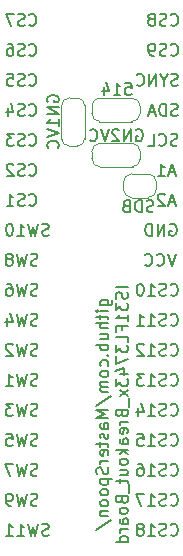
<source format=gbo>
G04 #@! TF.GenerationSoftware,KiCad,Pcbnew,(5.1.10)-1*
G04 #@! TF.CreationDate,2021-11-30T10:17:24+10:00*
G04 #@! TF.ProjectId,IS31FL3743x_Breakout,49533331-464c-4333-9734-33785f427265,rev?*
G04 #@! TF.SameCoordinates,Original*
G04 #@! TF.FileFunction,Legend,Bot*
G04 #@! TF.FilePolarity,Positive*
%FSLAX46Y46*%
G04 Gerber Fmt 4.6, Leading zero omitted, Abs format (unit mm)*
G04 Created by KiCad (PCBNEW (5.1.10)-1) date 2021-11-30 10:17:24*
%MOMM*%
%LPD*%
G01*
G04 APERTURE LIST*
%ADD10C,0.150000*%
%ADD11C,0.120000*%
%ADD12R,1.000000X1.500000*%
%ADD13C,0.100000*%
%ADD14C,3.400000*%
%ADD15O,1.700000X1.700000*%
%ADD16R,1.500000X1.000000*%
G04 APERTURE END LIST*
D10*
X100670714Y-102541904D02*
X101480238Y-102541904D01*
X101575476Y-102494285D01*
X101623095Y-102446666D01*
X101670714Y-102351428D01*
X101670714Y-102208571D01*
X101623095Y-102113333D01*
X101289761Y-102541904D02*
X101337380Y-102446666D01*
X101337380Y-102256190D01*
X101289761Y-102160952D01*
X101242142Y-102113333D01*
X101146904Y-102065714D01*
X100861190Y-102065714D01*
X100765952Y-102113333D01*
X100718333Y-102160952D01*
X100670714Y-102256190D01*
X100670714Y-102446666D01*
X100718333Y-102541904D01*
X101337380Y-103018095D02*
X100670714Y-103018095D01*
X100337380Y-103018095D02*
X100385000Y-102970476D01*
X100432619Y-103018095D01*
X100385000Y-103065714D01*
X100337380Y-103018095D01*
X100432619Y-103018095D01*
X100670714Y-103351428D02*
X100670714Y-103732380D01*
X100337380Y-103494285D02*
X101194523Y-103494285D01*
X101289761Y-103541904D01*
X101337380Y-103637142D01*
X101337380Y-103732380D01*
X101337380Y-104065714D02*
X100337380Y-104065714D01*
X101337380Y-104494285D02*
X100813571Y-104494285D01*
X100718333Y-104446666D01*
X100670714Y-104351428D01*
X100670714Y-104208571D01*
X100718333Y-104113333D01*
X100765952Y-104065714D01*
X100670714Y-105399047D02*
X101337380Y-105399047D01*
X100670714Y-104970476D02*
X101194523Y-104970476D01*
X101289761Y-105018095D01*
X101337380Y-105113333D01*
X101337380Y-105256190D01*
X101289761Y-105351428D01*
X101242142Y-105399047D01*
X101337380Y-105875238D02*
X100337380Y-105875238D01*
X100718333Y-105875238D02*
X100670714Y-105970476D01*
X100670714Y-106160952D01*
X100718333Y-106256190D01*
X100765952Y-106303809D01*
X100861190Y-106351428D01*
X101146904Y-106351428D01*
X101242142Y-106303809D01*
X101289761Y-106256190D01*
X101337380Y-106160952D01*
X101337380Y-105970476D01*
X101289761Y-105875238D01*
X101242142Y-106780000D02*
X101289761Y-106827619D01*
X101337380Y-106780000D01*
X101289761Y-106732380D01*
X101242142Y-106780000D01*
X101337380Y-106780000D01*
X101289761Y-107684761D02*
X101337380Y-107589523D01*
X101337380Y-107399047D01*
X101289761Y-107303809D01*
X101242142Y-107256190D01*
X101146904Y-107208571D01*
X100861190Y-107208571D01*
X100765952Y-107256190D01*
X100718333Y-107303809D01*
X100670714Y-107399047D01*
X100670714Y-107589523D01*
X100718333Y-107684761D01*
X101337380Y-108256190D02*
X101289761Y-108160952D01*
X101242142Y-108113333D01*
X101146904Y-108065714D01*
X100861190Y-108065714D01*
X100765952Y-108113333D01*
X100718333Y-108160952D01*
X100670714Y-108256190D01*
X100670714Y-108399047D01*
X100718333Y-108494285D01*
X100765952Y-108541904D01*
X100861190Y-108589523D01*
X101146904Y-108589523D01*
X101242142Y-108541904D01*
X101289761Y-108494285D01*
X101337380Y-108399047D01*
X101337380Y-108256190D01*
X101337380Y-109018095D02*
X100670714Y-109018095D01*
X100765952Y-109018095D02*
X100718333Y-109065714D01*
X100670714Y-109160952D01*
X100670714Y-109303809D01*
X100718333Y-109399047D01*
X100813571Y-109446666D01*
X101337380Y-109446666D01*
X100813571Y-109446666D02*
X100718333Y-109494285D01*
X100670714Y-109589523D01*
X100670714Y-109732380D01*
X100718333Y-109827619D01*
X100813571Y-109875238D01*
X101337380Y-109875238D01*
X100289761Y-111065714D02*
X101575476Y-110208571D01*
X101337380Y-111399047D02*
X100337380Y-111399047D01*
X101051666Y-111732380D01*
X100337380Y-112065714D01*
X101337380Y-112065714D01*
X101337380Y-112970476D02*
X100813571Y-112970476D01*
X100718333Y-112922857D01*
X100670714Y-112827619D01*
X100670714Y-112637142D01*
X100718333Y-112541904D01*
X101289761Y-112970476D02*
X101337380Y-112875238D01*
X101337380Y-112637142D01*
X101289761Y-112541904D01*
X101194523Y-112494285D01*
X101099285Y-112494285D01*
X101004047Y-112541904D01*
X100956428Y-112637142D01*
X100956428Y-112875238D01*
X100908809Y-112970476D01*
X101289761Y-113399047D02*
X101337380Y-113494285D01*
X101337380Y-113684761D01*
X101289761Y-113780000D01*
X101194523Y-113827619D01*
X101146904Y-113827619D01*
X101051666Y-113780000D01*
X101004047Y-113684761D01*
X101004047Y-113541904D01*
X100956428Y-113446666D01*
X100861190Y-113399047D01*
X100813571Y-113399047D01*
X100718333Y-113446666D01*
X100670714Y-113541904D01*
X100670714Y-113684761D01*
X100718333Y-113780000D01*
X100670714Y-114113333D02*
X100670714Y-114494285D01*
X100337380Y-114256190D02*
X101194523Y-114256190D01*
X101289761Y-114303809D01*
X101337380Y-114399047D01*
X101337380Y-114494285D01*
X101289761Y-115208571D02*
X101337380Y-115113333D01*
X101337380Y-114922857D01*
X101289761Y-114827619D01*
X101194523Y-114780000D01*
X100813571Y-114780000D01*
X100718333Y-114827619D01*
X100670714Y-114922857D01*
X100670714Y-115113333D01*
X100718333Y-115208571D01*
X100813571Y-115256190D01*
X100908809Y-115256190D01*
X101004047Y-114780000D01*
X101337380Y-115684761D02*
X100670714Y-115684761D01*
X100861190Y-115684761D02*
X100765952Y-115732380D01*
X100718333Y-115780000D01*
X100670714Y-115875238D01*
X100670714Y-115970476D01*
X101289761Y-116256190D02*
X101337380Y-116399047D01*
X101337380Y-116637142D01*
X101289761Y-116732380D01*
X101242142Y-116780000D01*
X101146904Y-116827619D01*
X101051666Y-116827619D01*
X100956428Y-116780000D01*
X100908809Y-116732380D01*
X100861190Y-116637142D01*
X100813571Y-116446666D01*
X100765952Y-116351428D01*
X100718333Y-116303809D01*
X100623095Y-116256190D01*
X100527857Y-116256190D01*
X100432619Y-116303809D01*
X100385000Y-116351428D01*
X100337380Y-116446666D01*
X100337380Y-116684761D01*
X100385000Y-116827619D01*
X100670714Y-117256190D02*
X101670714Y-117256190D01*
X100718333Y-117256190D02*
X100670714Y-117351428D01*
X100670714Y-117541904D01*
X100718333Y-117637142D01*
X100765952Y-117684761D01*
X100861190Y-117732380D01*
X101146904Y-117732380D01*
X101242142Y-117684761D01*
X101289761Y-117637142D01*
X101337380Y-117541904D01*
X101337380Y-117351428D01*
X101289761Y-117256190D01*
X101337380Y-118303809D02*
X101289761Y-118208571D01*
X101242142Y-118160952D01*
X101146904Y-118113333D01*
X100861190Y-118113333D01*
X100765952Y-118160952D01*
X100718333Y-118208571D01*
X100670714Y-118303809D01*
X100670714Y-118446666D01*
X100718333Y-118541904D01*
X100765952Y-118589523D01*
X100861190Y-118637142D01*
X101146904Y-118637142D01*
X101242142Y-118589523D01*
X101289761Y-118541904D01*
X101337380Y-118446666D01*
X101337380Y-118303809D01*
X101337380Y-119208571D02*
X101289761Y-119113333D01*
X101242142Y-119065714D01*
X101146904Y-119018095D01*
X100861190Y-119018095D01*
X100765952Y-119065714D01*
X100718333Y-119113333D01*
X100670714Y-119208571D01*
X100670714Y-119351428D01*
X100718333Y-119446666D01*
X100765952Y-119494285D01*
X100861190Y-119541904D01*
X101146904Y-119541904D01*
X101242142Y-119494285D01*
X101289761Y-119446666D01*
X101337380Y-119351428D01*
X101337380Y-119208571D01*
X100670714Y-119970476D02*
X101337380Y-119970476D01*
X100765952Y-119970476D02*
X100718333Y-120018095D01*
X100670714Y-120113333D01*
X100670714Y-120256190D01*
X100718333Y-120351428D01*
X100813571Y-120399047D01*
X101337380Y-120399047D01*
X100289761Y-121589523D02*
X101575476Y-120732380D01*
X102987380Y-100994285D02*
X101987380Y-100994285D01*
X102939761Y-101422857D02*
X102987380Y-101565714D01*
X102987380Y-101803809D01*
X102939761Y-101899047D01*
X102892142Y-101946666D01*
X102796904Y-101994285D01*
X102701666Y-101994285D01*
X102606428Y-101946666D01*
X102558809Y-101899047D01*
X102511190Y-101803809D01*
X102463571Y-101613333D01*
X102415952Y-101518095D01*
X102368333Y-101470476D01*
X102273095Y-101422857D01*
X102177857Y-101422857D01*
X102082619Y-101470476D01*
X102035000Y-101518095D01*
X101987380Y-101613333D01*
X101987380Y-101851428D01*
X102035000Y-101994285D01*
X101987380Y-102327619D02*
X101987380Y-102946666D01*
X102368333Y-102613333D01*
X102368333Y-102756190D01*
X102415952Y-102851428D01*
X102463571Y-102899047D01*
X102558809Y-102946666D01*
X102796904Y-102946666D01*
X102892142Y-102899047D01*
X102939761Y-102851428D01*
X102987380Y-102756190D01*
X102987380Y-102470476D01*
X102939761Y-102375238D01*
X102892142Y-102327619D01*
X102987380Y-103899047D02*
X102987380Y-103327619D01*
X102987380Y-103613333D02*
X101987380Y-103613333D01*
X102130238Y-103518095D01*
X102225476Y-103422857D01*
X102273095Y-103327619D01*
X102463571Y-104660952D02*
X102463571Y-104327619D01*
X102987380Y-104327619D02*
X101987380Y-104327619D01*
X101987380Y-104803809D01*
X102987380Y-105660952D02*
X102987380Y-105184761D01*
X101987380Y-105184761D01*
X101987380Y-105899047D02*
X101987380Y-106518095D01*
X102368333Y-106184761D01*
X102368333Y-106327619D01*
X102415952Y-106422857D01*
X102463571Y-106470476D01*
X102558809Y-106518095D01*
X102796904Y-106518095D01*
X102892142Y-106470476D01*
X102939761Y-106422857D01*
X102987380Y-106327619D01*
X102987380Y-106041904D01*
X102939761Y-105946666D01*
X102892142Y-105899047D01*
X101987380Y-106851428D02*
X101987380Y-107518095D01*
X102987380Y-107089523D01*
X102320714Y-108327619D02*
X102987380Y-108327619D01*
X101939761Y-108089523D02*
X102654047Y-107851428D01*
X102654047Y-108470476D01*
X101987380Y-108756190D02*
X101987380Y-109375238D01*
X102368333Y-109041904D01*
X102368333Y-109184761D01*
X102415952Y-109279999D01*
X102463571Y-109327619D01*
X102558809Y-109375238D01*
X102796904Y-109375238D01*
X102892142Y-109327619D01*
X102939761Y-109279999D01*
X102987380Y-109184761D01*
X102987380Y-108899047D01*
X102939761Y-108803809D01*
X102892142Y-108756190D01*
X102987380Y-109708571D02*
X102320714Y-110232380D01*
X102320714Y-109708571D02*
X102987380Y-110232380D01*
X103082619Y-110375238D02*
X103082619Y-111137142D01*
X102463571Y-111708571D02*
X102511190Y-111851428D01*
X102558809Y-111899047D01*
X102654047Y-111946666D01*
X102796904Y-111946666D01*
X102892142Y-111899047D01*
X102939761Y-111851428D01*
X102987380Y-111756190D01*
X102987380Y-111375238D01*
X101987380Y-111375238D01*
X101987380Y-111708571D01*
X102035000Y-111803809D01*
X102082619Y-111851428D01*
X102177857Y-111899047D01*
X102273095Y-111899047D01*
X102368333Y-111851428D01*
X102415952Y-111803809D01*
X102463571Y-111708571D01*
X102463571Y-111375238D01*
X102987380Y-112375238D02*
X102320714Y-112375238D01*
X102511190Y-112375238D02*
X102415952Y-112422857D01*
X102368333Y-112470476D01*
X102320714Y-112565714D01*
X102320714Y-112660952D01*
X102939761Y-113375238D02*
X102987380Y-113279999D01*
X102987380Y-113089523D01*
X102939761Y-112994285D01*
X102844523Y-112946666D01*
X102463571Y-112946666D01*
X102368333Y-112994285D01*
X102320714Y-113089523D01*
X102320714Y-113279999D01*
X102368333Y-113375238D01*
X102463571Y-113422857D01*
X102558809Y-113422857D01*
X102654047Y-112946666D01*
X102987380Y-114279999D02*
X102463571Y-114279999D01*
X102368333Y-114232380D01*
X102320714Y-114137142D01*
X102320714Y-113946666D01*
X102368333Y-113851428D01*
X102939761Y-114279999D02*
X102987380Y-114184761D01*
X102987380Y-113946666D01*
X102939761Y-113851428D01*
X102844523Y-113803809D01*
X102749285Y-113803809D01*
X102654047Y-113851428D01*
X102606428Y-113946666D01*
X102606428Y-114184761D01*
X102558809Y-114279999D01*
X102987380Y-114756190D02*
X101987380Y-114756190D01*
X102606428Y-114851428D02*
X102987380Y-115137142D01*
X102320714Y-115137142D02*
X102701666Y-114756190D01*
X102987380Y-115708571D02*
X102939761Y-115613333D01*
X102892142Y-115565714D01*
X102796904Y-115518095D01*
X102511190Y-115518095D01*
X102415952Y-115565714D01*
X102368333Y-115613333D01*
X102320714Y-115708571D01*
X102320714Y-115851428D01*
X102368333Y-115946666D01*
X102415952Y-115994285D01*
X102511190Y-116041904D01*
X102796904Y-116041904D01*
X102892142Y-115994285D01*
X102939761Y-115946666D01*
X102987380Y-115851428D01*
X102987380Y-115708571D01*
X102320714Y-116899047D02*
X102987380Y-116899047D01*
X102320714Y-116470476D02*
X102844523Y-116470476D01*
X102939761Y-116518095D01*
X102987380Y-116613333D01*
X102987380Y-116756190D01*
X102939761Y-116851428D01*
X102892142Y-116899047D01*
X102320714Y-117232380D02*
X102320714Y-117613333D01*
X101987380Y-117375238D02*
X102844523Y-117375238D01*
X102939761Y-117422857D01*
X102987380Y-117518095D01*
X102987380Y-117613333D01*
X103082619Y-117708571D02*
X103082619Y-118470476D01*
X102463571Y-119041904D02*
X102511190Y-119184761D01*
X102558809Y-119232380D01*
X102654047Y-119279999D01*
X102796904Y-119279999D01*
X102892142Y-119232380D01*
X102939761Y-119184761D01*
X102987380Y-119089523D01*
X102987380Y-118708571D01*
X101987380Y-118708571D01*
X101987380Y-119041904D01*
X102035000Y-119137142D01*
X102082619Y-119184761D01*
X102177857Y-119232380D01*
X102273095Y-119232380D01*
X102368333Y-119184761D01*
X102415952Y-119137142D01*
X102463571Y-119041904D01*
X102463571Y-118708571D01*
X102987380Y-119851428D02*
X102939761Y-119756190D01*
X102892142Y-119708571D01*
X102796904Y-119660952D01*
X102511190Y-119660952D01*
X102415952Y-119708571D01*
X102368333Y-119756190D01*
X102320714Y-119851428D01*
X102320714Y-119994285D01*
X102368333Y-120089523D01*
X102415952Y-120137142D01*
X102511190Y-120184761D01*
X102796904Y-120184761D01*
X102892142Y-120137142D01*
X102939761Y-120089523D01*
X102987380Y-119994285D01*
X102987380Y-119851428D01*
X102987380Y-121041904D02*
X102463571Y-121041904D01*
X102368333Y-120994285D01*
X102320714Y-120899047D01*
X102320714Y-120708571D01*
X102368333Y-120613333D01*
X102939761Y-121041904D02*
X102987380Y-120946666D01*
X102987380Y-120708571D01*
X102939761Y-120613333D01*
X102844523Y-120565714D01*
X102749285Y-120565714D01*
X102654047Y-120613333D01*
X102606428Y-120708571D01*
X102606428Y-120946666D01*
X102558809Y-121041904D01*
X102987380Y-121518095D02*
X102320714Y-121518095D01*
X102511190Y-121518095D02*
X102415952Y-121565714D01*
X102368333Y-121613333D01*
X102320714Y-121708571D01*
X102320714Y-121803809D01*
X102987380Y-122565714D02*
X101987380Y-122565714D01*
X102939761Y-122565714D02*
X102987380Y-122470476D01*
X102987380Y-122279999D01*
X102939761Y-122184761D01*
X102892142Y-122137142D01*
X102796904Y-122089523D01*
X102511190Y-122089523D01*
X102415952Y-122137142D01*
X102368333Y-122184761D01*
X102320714Y-122279999D01*
X102320714Y-122470476D01*
X102368333Y-122565714D01*
X102794285Y-83702380D02*
X103270476Y-83702380D01*
X103318095Y-84178571D01*
X103270476Y-84130952D01*
X103175238Y-84083333D01*
X102937142Y-84083333D01*
X102841904Y-84130952D01*
X102794285Y-84178571D01*
X102746666Y-84273809D01*
X102746666Y-84511904D01*
X102794285Y-84607142D01*
X102841904Y-84654761D01*
X102937142Y-84702380D01*
X103175238Y-84702380D01*
X103270476Y-84654761D01*
X103318095Y-84607142D01*
X101794285Y-84702380D02*
X102365714Y-84702380D01*
X102080000Y-84702380D02*
X102080000Y-83702380D01*
X102175238Y-83845238D01*
X102270476Y-83940476D01*
X102365714Y-83988095D01*
X100937142Y-84035714D02*
X100937142Y-84702380D01*
X101175238Y-83654761D02*
X101413333Y-84369047D01*
X100794285Y-84369047D01*
X96200000Y-85303333D02*
X96152380Y-85208095D01*
X96152380Y-85065238D01*
X96200000Y-84922380D01*
X96295238Y-84827142D01*
X96390476Y-84779523D01*
X96580952Y-84731904D01*
X96723809Y-84731904D01*
X96914285Y-84779523D01*
X97009523Y-84827142D01*
X97104761Y-84922380D01*
X97152380Y-85065238D01*
X97152380Y-85160476D01*
X97104761Y-85303333D01*
X97057142Y-85350952D01*
X96723809Y-85350952D01*
X96723809Y-85160476D01*
X97152380Y-85779523D02*
X96152380Y-85779523D01*
X97152380Y-86350952D01*
X96152380Y-86350952D01*
X97152380Y-87350952D02*
X97152380Y-86779523D01*
X97152380Y-87065238D02*
X96152380Y-87065238D01*
X96295238Y-86970000D01*
X96390476Y-86874761D01*
X96438095Y-86779523D01*
X96152380Y-87636666D02*
X97152380Y-87970000D01*
X96152380Y-88303333D01*
X97057142Y-89208095D02*
X97104761Y-89160476D01*
X97152380Y-89017619D01*
X97152380Y-88922380D01*
X97104761Y-88779523D01*
X97009523Y-88684285D01*
X96914285Y-88636666D01*
X96723809Y-88589047D01*
X96580952Y-88589047D01*
X96390476Y-88636666D01*
X96295238Y-88684285D01*
X96200000Y-88779523D01*
X96152380Y-88922380D01*
X96152380Y-89017619D01*
X96200000Y-89160476D01*
X96247619Y-89208095D01*
X103706666Y-87680000D02*
X103801904Y-87632380D01*
X103944761Y-87632380D01*
X104087619Y-87680000D01*
X104182857Y-87775238D01*
X104230476Y-87870476D01*
X104278095Y-88060952D01*
X104278095Y-88203809D01*
X104230476Y-88394285D01*
X104182857Y-88489523D01*
X104087619Y-88584761D01*
X103944761Y-88632380D01*
X103849523Y-88632380D01*
X103706666Y-88584761D01*
X103659047Y-88537142D01*
X103659047Y-88203809D01*
X103849523Y-88203809D01*
X103230476Y-88632380D02*
X103230476Y-87632380D01*
X102659047Y-88632380D01*
X102659047Y-87632380D01*
X102230476Y-87727619D02*
X102182857Y-87680000D01*
X102087619Y-87632380D01*
X101849523Y-87632380D01*
X101754285Y-87680000D01*
X101706666Y-87727619D01*
X101659047Y-87822857D01*
X101659047Y-87918095D01*
X101706666Y-88060952D01*
X102278095Y-88632380D01*
X101659047Y-88632380D01*
X101373333Y-87632380D02*
X101040000Y-88632380D01*
X100706666Y-87632380D01*
X99801904Y-88537142D02*
X99849523Y-88584761D01*
X99992380Y-88632380D01*
X100087619Y-88632380D01*
X100230476Y-88584761D01*
X100325714Y-88489523D01*
X100373333Y-88394285D01*
X100420952Y-88203809D01*
X100420952Y-88060952D01*
X100373333Y-87870476D01*
X100325714Y-87775238D01*
X100230476Y-87680000D01*
X100087619Y-87632380D01*
X99992380Y-87632380D01*
X99849523Y-87680000D01*
X99801904Y-87727619D01*
X105155714Y-94594761D02*
X105012857Y-94642380D01*
X104774761Y-94642380D01*
X104679523Y-94594761D01*
X104631904Y-94547142D01*
X104584285Y-94451904D01*
X104584285Y-94356666D01*
X104631904Y-94261428D01*
X104679523Y-94213809D01*
X104774761Y-94166190D01*
X104965238Y-94118571D01*
X105060476Y-94070952D01*
X105108095Y-94023333D01*
X105155714Y-93928095D01*
X105155714Y-93832857D01*
X105108095Y-93737619D01*
X105060476Y-93690000D01*
X104965238Y-93642380D01*
X104727142Y-93642380D01*
X104584285Y-93690000D01*
X104155714Y-94642380D02*
X104155714Y-93642380D01*
X103917619Y-93642380D01*
X103774761Y-93690000D01*
X103679523Y-93785238D01*
X103631904Y-93880476D01*
X103584285Y-94070952D01*
X103584285Y-94213809D01*
X103631904Y-94404285D01*
X103679523Y-94499523D01*
X103774761Y-94594761D01*
X103917619Y-94642380D01*
X104155714Y-94642380D01*
X102822380Y-94118571D02*
X102679523Y-94166190D01*
X102631904Y-94213809D01*
X102584285Y-94309047D01*
X102584285Y-94451904D01*
X102631904Y-94547142D01*
X102679523Y-94594761D01*
X102774761Y-94642380D01*
X103155714Y-94642380D01*
X103155714Y-93642380D01*
X102822380Y-93642380D01*
X102727142Y-93690000D01*
X102679523Y-93737619D01*
X102631904Y-93832857D01*
X102631904Y-93928095D01*
X102679523Y-94023333D01*
X102727142Y-94070952D01*
X102822380Y-94118571D01*
X103155714Y-94118571D01*
X106619047Y-121947142D02*
X106666666Y-121994761D01*
X106809523Y-122042380D01*
X106904761Y-122042380D01*
X107047619Y-121994761D01*
X107142857Y-121899523D01*
X107190476Y-121804285D01*
X107238095Y-121613809D01*
X107238095Y-121470952D01*
X107190476Y-121280476D01*
X107142857Y-121185238D01*
X107047619Y-121090000D01*
X106904761Y-121042380D01*
X106809523Y-121042380D01*
X106666666Y-121090000D01*
X106619047Y-121137619D01*
X106238095Y-121994761D02*
X106095238Y-122042380D01*
X105857142Y-122042380D01*
X105761904Y-121994761D01*
X105714285Y-121947142D01*
X105666666Y-121851904D01*
X105666666Y-121756666D01*
X105714285Y-121661428D01*
X105761904Y-121613809D01*
X105857142Y-121566190D01*
X106047619Y-121518571D01*
X106142857Y-121470952D01*
X106190476Y-121423333D01*
X106238095Y-121328095D01*
X106238095Y-121232857D01*
X106190476Y-121137619D01*
X106142857Y-121090000D01*
X106047619Y-121042380D01*
X105809523Y-121042380D01*
X105666666Y-121090000D01*
X104714285Y-122042380D02*
X105285714Y-122042380D01*
X105000000Y-122042380D02*
X105000000Y-121042380D01*
X105095238Y-121185238D01*
X105190476Y-121280476D01*
X105285714Y-121328095D01*
X104142857Y-121470952D02*
X104238095Y-121423333D01*
X104285714Y-121375714D01*
X104333333Y-121280476D01*
X104333333Y-121232857D01*
X104285714Y-121137619D01*
X104238095Y-121090000D01*
X104142857Y-121042380D01*
X103952380Y-121042380D01*
X103857142Y-121090000D01*
X103809523Y-121137619D01*
X103761904Y-121232857D01*
X103761904Y-121280476D01*
X103809523Y-121375714D01*
X103857142Y-121423333D01*
X103952380Y-121470952D01*
X104142857Y-121470952D01*
X104238095Y-121518571D01*
X104285714Y-121566190D01*
X104333333Y-121661428D01*
X104333333Y-121851904D01*
X104285714Y-121947142D01*
X104238095Y-121994761D01*
X104142857Y-122042380D01*
X103952380Y-122042380D01*
X103857142Y-121994761D01*
X103809523Y-121947142D01*
X103761904Y-121851904D01*
X103761904Y-121661428D01*
X103809523Y-121566190D01*
X103857142Y-121518571D01*
X103952380Y-121470952D01*
X106619047Y-119407142D02*
X106666666Y-119454761D01*
X106809523Y-119502380D01*
X106904761Y-119502380D01*
X107047619Y-119454761D01*
X107142857Y-119359523D01*
X107190476Y-119264285D01*
X107238095Y-119073809D01*
X107238095Y-118930952D01*
X107190476Y-118740476D01*
X107142857Y-118645238D01*
X107047619Y-118550000D01*
X106904761Y-118502380D01*
X106809523Y-118502380D01*
X106666666Y-118550000D01*
X106619047Y-118597619D01*
X106238095Y-119454761D02*
X106095238Y-119502380D01*
X105857142Y-119502380D01*
X105761904Y-119454761D01*
X105714285Y-119407142D01*
X105666666Y-119311904D01*
X105666666Y-119216666D01*
X105714285Y-119121428D01*
X105761904Y-119073809D01*
X105857142Y-119026190D01*
X106047619Y-118978571D01*
X106142857Y-118930952D01*
X106190476Y-118883333D01*
X106238095Y-118788095D01*
X106238095Y-118692857D01*
X106190476Y-118597619D01*
X106142857Y-118550000D01*
X106047619Y-118502380D01*
X105809523Y-118502380D01*
X105666666Y-118550000D01*
X104714285Y-119502380D02*
X105285714Y-119502380D01*
X105000000Y-119502380D02*
X105000000Y-118502380D01*
X105095238Y-118645238D01*
X105190476Y-118740476D01*
X105285714Y-118788095D01*
X104380952Y-118502380D02*
X103714285Y-118502380D01*
X104142857Y-119502380D01*
X106619047Y-116867142D02*
X106666666Y-116914761D01*
X106809523Y-116962380D01*
X106904761Y-116962380D01*
X107047619Y-116914761D01*
X107142857Y-116819523D01*
X107190476Y-116724285D01*
X107238095Y-116533809D01*
X107238095Y-116390952D01*
X107190476Y-116200476D01*
X107142857Y-116105238D01*
X107047619Y-116010000D01*
X106904761Y-115962380D01*
X106809523Y-115962380D01*
X106666666Y-116010000D01*
X106619047Y-116057619D01*
X106238095Y-116914761D02*
X106095238Y-116962380D01*
X105857142Y-116962380D01*
X105761904Y-116914761D01*
X105714285Y-116867142D01*
X105666666Y-116771904D01*
X105666666Y-116676666D01*
X105714285Y-116581428D01*
X105761904Y-116533809D01*
X105857142Y-116486190D01*
X106047619Y-116438571D01*
X106142857Y-116390952D01*
X106190476Y-116343333D01*
X106238095Y-116248095D01*
X106238095Y-116152857D01*
X106190476Y-116057619D01*
X106142857Y-116010000D01*
X106047619Y-115962380D01*
X105809523Y-115962380D01*
X105666666Y-116010000D01*
X104714285Y-116962380D02*
X105285714Y-116962380D01*
X105000000Y-116962380D02*
X105000000Y-115962380D01*
X105095238Y-116105238D01*
X105190476Y-116200476D01*
X105285714Y-116248095D01*
X103857142Y-115962380D02*
X104047619Y-115962380D01*
X104142857Y-116010000D01*
X104190476Y-116057619D01*
X104285714Y-116200476D01*
X104333333Y-116390952D01*
X104333333Y-116771904D01*
X104285714Y-116867142D01*
X104238095Y-116914761D01*
X104142857Y-116962380D01*
X103952380Y-116962380D01*
X103857142Y-116914761D01*
X103809523Y-116867142D01*
X103761904Y-116771904D01*
X103761904Y-116533809D01*
X103809523Y-116438571D01*
X103857142Y-116390952D01*
X103952380Y-116343333D01*
X104142857Y-116343333D01*
X104238095Y-116390952D01*
X104285714Y-116438571D01*
X104333333Y-116533809D01*
X106619047Y-114327142D02*
X106666666Y-114374761D01*
X106809523Y-114422380D01*
X106904761Y-114422380D01*
X107047619Y-114374761D01*
X107142857Y-114279523D01*
X107190476Y-114184285D01*
X107238095Y-113993809D01*
X107238095Y-113850952D01*
X107190476Y-113660476D01*
X107142857Y-113565238D01*
X107047619Y-113470000D01*
X106904761Y-113422380D01*
X106809523Y-113422380D01*
X106666666Y-113470000D01*
X106619047Y-113517619D01*
X106238095Y-114374761D02*
X106095238Y-114422380D01*
X105857142Y-114422380D01*
X105761904Y-114374761D01*
X105714285Y-114327142D01*
X105666666Y-114231904D01*
X105666666Y-114136666D01*
X105714285Y-114041428D01*
X105761904Y-113993809D01*
X105857142Y-113946190D01*
X106047619Y-113898571D01*
X106142857Y-113850952D01*
X106190476Y-113803333D01*
X106238095Y-113708095D01*
X106238095Y-113612857D01*
X106190476Y-113517619D01*
X106142857Y-113470000D01*
X106047619Y-113422380D01*
X105809523Y-113422380D01*
X105666666Y-113470000D01*
X104714285Y-114422380D02*
X105285714Y-114422380D01*
X105000000Y-114422380D02*
X105000000Y-113422380D01*
X105095238Y-113565238D01*
X105190476Y-113660476D01*
X105285714Y-113708095D01*
X103809523Y-113422380D02*
X104285714Y-113422380D01*
X104333333Y-113898571D01*
X104285714Y-113850952D01*
X104190476Y-113803333D01*
X103952380Y-113803333D01*
X103857142Y-113850952D01*
X103809523Y-113898571D01*
X103761904Y-113993809D01*
X103761904Y-114231904D01*
X103809523Y-114327142D01*
X103857142Y-114374761D01*
X103952380Y-114422380D01*
X104190476Y-114422380D01*
X104285714Y-114374761D01*
X104333333Y-114327142D01*
X106619047Y-111787142D02*
X106666666Y-111834761D01*
X106809523Y-111882380D01*
X106904761Y-111882380D01*
X107047619Y-111834761D01*
X107142857Y-111739523D01*
X107190476Y-111644285D01*
X107238095Y-111453809D01*
X107238095Y-111310952D01*
X107190476Y-111120476D01*
X107142857Y-111025238D01*
X107047619Y-110930000D01*
X106904761Y-110882380D01*
X106809523Y-110882380D01*
X106666666Y-110930000D01*
X106619047Y-110977619D01*
X106238095Y-111834761D02*
X106095238Y-111882380D01*
X105857142Y-111882380D01*
X105761904Y-111834761D01*
X105714285Y-111787142D01*
X105666666Y-111691904D01*
X105666666Y-111596666D01*
X105714285Y-111501428D01*
X105761904Y-111453809D01*
X105857142Y-111406190D01*
X106047619Y-111358571D01*
X106142857Y-111310952D01*
X106190476Y-111263333D01*
X106238095Y-111168095D01*
X106238095Y-111072857D01*
X106190476Y-110977619D01*
X106142857Y-110930000D01*
X106047619Y-110882380D01*
X105809523Y-110882380D01*
X105666666Y-110930000D01*
X104714285Y-111882380D02*
X105285714Y-111882380D01*
X105000000Y-111882380D02*
X105000000Y-110882380D01*
X105095238Y-111025238D01*
X105190476Y-111120476D01*
X105285714Y-111168095D01*
X103857142Y-111215714D02*
X103857142Y-111882380D01*
X104095238Y-110834761D02*
X104333333Y-111549047D01*
X103714285Y-111549047D01*
X106619047Y-109247142D02*
X106666666Y-109294761D01*
X106809523Y-109342380D01*
X106904761Y-109342380D01*
X107047619Y-109294761D01*
X107142857Y-109199523D01*
X107190476Y-109104285D01*
X107238095Y-108913809D01*
X107238095Y-108770952D01*
X107190476Y-108580476D01*
X107142857Y-108485238D01*
X107047619Y-108390000D01*
X106904761Y-108342380D01*
X106809523Y-108342380D01*
X106666666Y-108390000D01*
X106619047Y-108437619D01*
X106238095Y-109294761D02*
X106095238Y-109342380D01*
X105857142Y-109342380D01*
X105761904Y-109294761D01*
X105714285Y-109247142D01*
X105666666Y-109151904D01*
X105666666Y-109056666D01*
X105714285Y-108961428D01*
X105761904Y-108913809D01*
X105857142Y-108866190D01*
X106047619Y-108818571D01*
X106142857Y-108770952D01*
X106190476Y-108723333D01*
X106238095Y-108628095D01*
X106238095Y-108532857D01*
X106190476Y-108437619D01*
X106142857Y-108390000D01*
X106047619Y-108342380D01*
X105809523Y-108342380D01*
X105666666Y-108390000D01*
X104714285Y-109342380D02*
X105285714Y-109342380D01*
X105000000Y-109342380D02*
X105000000Y-108342380D01*
X105095238Y-108485238D01*
X105190476Y-108580476D01*
X105285714Y-108628095D01*
X104380952Y-108342380D02*
X103761904Y-108342380D01*
X104095238Y-108723333D01*
X103952380Y-108723333D01*
X103857142Y-108770952D01*
X103809523Y-108818571D01*
X103761904Y-108913809D01*
X103761904Y-109151904D01*
X103809523Y-109247142D01*
X103857142Y-109294761D01*
X103952380Y-109342380D01*
X104238095Y-109342380D01*
X104333333Y-109294761D01*
X104380952Y-109247142D01*
X106619047Y-106707142D02*
X106666666Y-106754761D01*
X106809523Y-106802380D01*
X106904761Y-106802380D01*
X107047619Y-106754761D01*
X107142857Y-106659523D01*
X107190476Y-106564285D01*
X107238095Y-106373809D01*
X107238095Y-106230952D01*
X107190476Y-106040476D01*
X107142857Y-105945238D01*
X107047619Y-105850000D01*
X106904761Y-105802380D01*
X106809523Y-105802380D01*
X106666666Y-105850000D01*
X106619047Y-105897619D01*
X106238095Y-106754761D02*
X106095238Y-106802380D01*
X105857142Y-106802380D01*
X105761904Y-106754761D01*
X105714285Y-106707142D01*
X105666666Y-106611904D01*
X105666666Y-106516666D01*
X105714285Y-106421428D01*
X105761904Y-106373809D01*
X105857142Y-106326190D01*
X106047619Y-106278571D01*
X106142857Y-106230952D01*
X106190476Y-106183333D01*
X106238095Y-106088095D01*
X106238095Y-105992857D01*
X106190476Y-105897619D01*
X106142857Y-105850000D01*
X106047619Y-105802380D01*
X105809523Y-105802380D01*
X105666666Y-105850000D01*
X104714285Y-106802380D02*
X105285714Y-106802380D01*
X105000000Y-106802380D02*
X105000000Y-105802380D01*
X105095238Y-105945238D01*
X105190476Y-106040476D01*
X105285714Y-106088095D01*
X104333333Y-105897619D02*
X104285714Y-105850000D01*
X104190476Y-105802380D01*
X103952380Y-105802380D01*
X103857142Y-105850000D01*
X103809523Y-105897619D01*
X103761904Y-105992857D01*
X103761904Y-106088095D01*
X103809523Y-106230952D01*
X104380952Y-106802380D01*
X103761904Y-106802380D01*
X106619047Y-104167142D02*
X106666666Y-104214761D01*
X106809523Y-104262380D01*
X106904761Y-104262380D01*
X107047619Y-104214761D01*
X107142857Y-104119523D01*
X107190476Y-104024285D01*
X107238095Y-103833809D01*
X107238095Y-103690952D01*
X107190476Y-103500476D01*
X107142857Y-103405238D01*
X107047619Y-103310000D01*
X106904761Y-103262380D01*
X106809523Y-103262380D01*
X106666666Y-103310000D01*
X106619047Y-103357619D01*
X106238095Y-104214761D02*
X106095238Y-104262380D01*
X105857142Y-104262380D01*
X105761904Y-104214761D01*
X105714285Y-104167142D01*
X105666666Y-104071904D01*
X105666666Y-103976666D01*
X105714285Y-103881428D01*
X105761904Y-103833809D01*
X105857142Y-103786190D01*
X106047619Y-103738571D01*
X106142857Y-103690952D01*
X106190476Y-103643333D01*
X106238095Y-103548095D01*
X106238095Y-103452857D01*
X106190476Y-103357619D01*
X106142857Y-103310000D01*
X106047619Y-103262380D01*
X105809523Y-103262380D01*
X105666666Y-103310000D01*
X104714285Y-104262380D02*
X105285714Y-104262380D01*
X105000000Y-104262380D02*
X105000000Y-103262380D01*
X105095238Y-103405238D01*
X105190476Y-103500476D01*
X105285714Y-103548095D01*
X103761904Y-104262380D02*
X104333333Y-104262380D01*
X104047619Y-104262380D02*
X104047619Y-103262380D01*
X104142857Y-103405238D01*
X104238095Y-103500476D01*
X104333333Y-103548095D01*
X106619047Y-101627142D02*
X106666666Y-101674761D01*
X106809523Y-101722380D01*
X106904761Y-101722380D01*
X107047619Y-101674761D01*
X107142857Y-101579523D01*
X107190476Y-101484285D01*
X107238095Y-101293809D01*
X107238095Y-101150952D01*
X107190476Y-100960476D01*
X107142857Y-100865238D01*
X107047619Y-100770000D01*
X106904761Y-100722380D01*
X106809523Y-100722380D01*
X106666666Y-100770000D01*
X106619047Y-100817619D01*
X106238095Y-101674761D02*
X106095238Y-101722380D01*
X105857142Y-101722380D01*
X105761904Y-101674761D01*
X105714285Y-101627142D01*
X105666666Y-101531904D01*
X105666666Y-101436666D01*
X105714285Y-101341428D01*
X105761904Y-101293809D01*
X105857142Y-101246190D01*
X106047619Y-101198571D01*
X106142857Y-101150952D01*
X106190476Y-101103333D01*
X106238095Y-101008095D01*
X106238095Y-100912857D01*
X106190476Y-100817619D01*
X106142857Y-100770000D01*
X106047619Y-100722380D01*
X105809523Y-100722380D01*
X105666666Y-100770000D01*
X104714285Y-101722380D02*
X105285714Y-101722380D01*
X105000000Y-101722380D02*
X105000000Y-100722380D01*
X105095238Y-100865238D01*
X105190476Y-100960476D01*
X105285714Y-101008095D01*
X104095238Y-100722380D02*
X104000000Y-100722380D01*
X103904761Y-100770000D01*
X103857142Y-100817619D01*
X103809523Y-100912857D01*
X103761904Y-101103333D01*
X103761904Y-101341428D01*
X103809523Y-101531904D01*
X103857142Y-101627142D01*
X103904761Y-101674761D01*
X104000000Y-101722380D01*
X104095238Y-101722380D01*
X104190476Y-101674761D01*
X104238095Y-101627142D01*
X104285714Y-101531904D01*
X104333333Y-101341428D01*
X104333333Y-101103333D01*
X104285714Y-100912857D01*
X104238095Y-100817619D01*
X104190476Y-100770000D01*
X104095238Y-100722380D01*
X107033333Y-98182380D02*
X106700000Y-99182380D01*
X106366666Y-98182380D01*
X105461904Y-99087142D02*
X105509523Y-99134761D01*
X105652380Y-99182380D01*
X105747619Y-99182380D01*
X105890476Y-99134761D01*
X105985714Y-99039523D01*
X106033333Y-98944285D01*
X106080952Y-98753809D01*
X106080952Y-98610952D01*
X106033333Y-98420476D01*
X105985714Y-98325238D01*
X105890476Y-98230000D01*
X105747619Y-98182380D01*
X105652380Y-98182380D01*
X105509523Y-98230000D01*
X105461904Y-98277619D01*
X104461904Y-99087142D02*
X104509523Y-99134761D01*
X104652380Y-99182380D01*
X104747619Y-99182380D01*
X104890476Y-99134761D01*
X104985714Y-99039523D01*
X105033333Y-98944285D01*
X105080952Y-98753809D01*
X105080952Y-98610952D01*
X105033333Y-98420476D01*
X104985714Y-98325238D01*
X104890476Y-98230000D01*
X104747619Y-98182380D01*
X104652380Y-98182380D01*
X104509523Y-98230000D01*
X104461904Y-98277619D01*
X106561904Y-95690000D02*
X106657142Y-95642380D01*
X106800000Y-95642380D01*
X106942857Y-95690000D01*
X107038095Y-95785238D01*
X107085714Y-95880476D01*
X107133333Y-96070952D01*
X107133333Y-96213809D01*
X107085714Y-96404285D01*
X107038095Y-96499523D01*
X106942857Y-96594761D01*
X106800000Y-96642380D01*
X106704761Y-96642380D01*
X106561904Y-96594761D01*
X106514285Y-96547142D01*
X106514285Y-96213809D01*
X106704761Y-96213809D01*
X106085714Y-96642380D02*
X106085714Y-95642380D01*
X105514285Y-96642380D01*
X105514285Y-95642380D01*
X105038095Y-96642380D02*
X105038095Y-95642380D01*
X104800000Y-95642380D01*
X104657142Y-95690000D01*
X104561904Y-95785238D01*
X104514285Y-95880476D01*
X104466666Y-96070952D01*
X104466666Y-96213809D01*
X104514285Y-96404285D01*
X104561904Y-96499523D01*
X104657142Y-96594761D01*
X104800000Y-96642380D01*
X105038095Y-96642380D01*
X106964285Y-93816666D02*
X106488095Y-93816666D01*
X107059523Y-94102380D02*
X106726190Y-93102380D01*
X106392857Y-94102380D01*
X106107142Y-93197619D02*
X106059523Y-93150000D01*
X105964285Y-93102380D01*
X105726190Y-93102380D01*
X105630952Y-93150000D01*
X105583333Y-93197619D01*
X105535714Y-93292857D01*
X105535714Y-93388095D01*
X105583333Y-93530952D01*
X106154761Y-94102380D01*
X105535714Y-94102380D01*
X106964285Y-91276666D02*
X106488095Y-91276666D01*
X107059523Y-91562380D02*
X106726190Y-90562380D01*
X106392857Y-91562380D01*
X105535714Y-91562380D02*
X106107142Y-91562380D01*
X105821428Y-91562380D02*
X105821428Y-90562380D01*
X105916666Y-90705238D01*
X106011904Y-90800476D01*
X106107142Y-90848095D01*
X107190476Y-88974761D02*
X107047619Y-89022380D01*
X106809523Y-89022380D01*
X106714285Y-88974761D01*
X106666666Y-88927142D01*
X106619047Y-88831904D01*
X106619047Y-88736666D01*
X106666666Y-88641428D01*
X106714285Y-88593809D01*
X106809523Y-88546190D01*
X107000000Y-88498571D01*
X107095238Y-88450952D01*
X107142857Y-88403333D01*
X107190476Y-88308095D01*
X107190476Y-88212857D01*
X107142857Y-88117619D01*
X107095238Y-88070000D01*
X107000000Y-88022380D01*
X106761904Y-88022380D01*
X106619047Y-88070000D01*
X105619047Y-88927142D02*
X105666666Y-88974761D01*
X105809523Y-89022380D01*
X105904761Y-89022380D01*
X106047619Y-88974761D01*
X106142857Y-88879523D01*
X106190476Y-88784285D01*
X106238095Y-88593809D01*
X106238095Y-88450952D01*
X106190476Y-88260476D01*
X106142857Y-88165238D01*
X106047619Y-88070000D01*
X105904761Y-88022380D01*
X105809523Y-88022380D01*
X105666666Y-88070000D01*
X105619047Y-88117619D01*
X104714285Y-89022380D02*
X105190476Y-89022380D01*
X105190476Y-88022380D01*
X107214285Y-86434761D02*
X107071428Y-86482380D01*
X106833333Y-86482380D01*
X106738095Y-86434761D01*
X106690476Y-86387142D01*
X106642857Y-86291904D01*
X106642857Y-86196666D01*
X106690476Y-86101428D01*
X106738095Y-86053809D01*
X106833333Y-86006190D01*
X107023809Y-85958571D01*
X107119047Y-85910952D01*
X107166666Y-85863333D01*
X107214285Y-85768095D01*
X107214285Y-85672857D01*
X107166666Y-85577619D01*
X107119047Y-85530000D01*
X107023809Y-85482380D01*
X106785714Y-85482380D01*
X106642857Y-85530000D01*
X106214285Y-86482380D02*
X106214285Y-85482380D01*
X105976190Y-85482380D01*
X105833333Y-85530000D01*
X105738095Y-85625238D01*
X105690476Y-85720476D01*
X105642857Y-85910952D01*
X105642857Y-86053809D01*
X105690476Y-86244285D01*
X105738095Y-86339523D01*
X105833333Y-86434761D01*
X105976190Y-86482380D01*
X106214285Y-86482380D01*
X105261904Y-86196666D02*
X104785714Y-86196666D01*
X105357142Y-86482380D02*
X105023809Y-85482380D01*
X104690476Y-86482380D01*
X107238095Y-83894761D02*
X107095238Y-83942380D01*
X106857142Y-83942380D01*
X106761904Y-83894761D01*
X106714285Y-83847142D01*
X106666666Y-83751904D01*
X106666666Y-83656666D01*
X106714285Y-83561428D01*
X106761904Y-83513809D01*
X106857142Y-83466190D01*
X107047619Y-83418571D01*
X107142857Y-83370952D01*
X107190476Y-83323333D01*
X107238095Y-83228095D01*
X107238095Y-83132857D01*
X107190476Y-83037619D01*
X107142857Y-82990000D01*
X107047619Y-82942380D01*
X106809523Y-82942380D01*
X106666666Y-82990000D01*
X106047619Y-83466190D02*
X106047619Y-83942380D01*
X106380952Y-82942380D02*
X106047619Y-83466190D01*
X105714285Y-82942380D01*
X105380952Y-83942380D02*
X105380952Y-82942380D01*
X104809523Y-83942380D01*
X104809523Y-82942380D01*
X103761904Y-83847142D02*
X103809523Y-83894761D01*
X103952380Y-83942380D01*
X104047619Y-83942380D01*
X104190476Y-83894761D01*
X104285714Y-83799523D01*
X104333333Y-83704285D01*
X104380952Y-83513809D01*
X104380952Y-83370952D01*
X104333333Y-83180476D01*
X104285714Y-83085238D01*
X104190476Y-82990000D01*
X104047619Y-82942380D01*
X103952380Y-82942380D01*
X103809523Y-82990000D01*
X103761904Y-83037619D01*
X106642857Y-81307142D02*
X106690476Y-81354761D01*
X106833333Y-81402380D01*
X106928571Y-81402380D01*
X107071428Y-81354761D01*
X107166666Y-81259523D01*
X107214285Y-81164285D01*
X107261904Y-80973809D01*
X107261904Y-80830952D01*
X107214285Y-80640476D01*
X107166666Y-80545238D01*
X107071428Y-80450000D01*
X106928571Y-80402380D01*
X106833333Y-80402380D01*
X106690476Y-80450000D01*
X106642857Y-80497619D01*
X106261904Y-81354761D02*
X106119047Y-81402380D01*
X105880952Y-81402380D01*
X105785714Y-81354761D01*
X105738095Y-81307142D01*
X105690476Y-81211904D01*
X105690476Y-81116666D01*
X105738095Y-81021428D01*
X105785714Y-80973809D01*
X105880952Y-80926190D01*
X106071428Y-80878571D01*
X106166666Y-80830952D01*
X106214285Y-80783333D01*
X106261904Y-80688095D01*
X106261904Y-80592857D01*
X106214285Y-80497619D01*
X106166666Y-80450000D01*
X106071428Y-80402380D01*
X105833333Y-80402380D01*
X105690476Y-80450000D01*
X105214285Y-81402380D02*
X105023809Y-81402380D01*
X104928571Y-81354761D01*
X104880952Y-81307142D01*
X104785714Y-81164285D01*
X104738095Y-80973809D01*
X104738095Y-80592857D01*
X104785714Y-80497619D01*
X104833333Y-80450000D01*
X104928571Y-80402380D01*
X105119047Y-80402380D01*
X105214285Y-80450000D01*
X105261904Y-80497619D01*
X105309523Y-80592857D01*
X105309523Y-80830952D01*
X105261904Y-80926190D01*
X105214285Y-80973809D01*
X105119047Y-81021428D01*
X104928571Y-81021428D01*
X104833333Y-80973809D01*
X104785714Y-80926190D01*
X104738095Y-80830952D01*
X106642857Y-78767142D02*
X106690476Y-78814761D01*
X106833333Y-78862380D01*
X106928571Y-78862380D01*
X107071428Y-78814761D01*
X107166666Y-78719523D01*
X107214285Y-78624285D01*
X107261904Y-78433809D01*
X107261904Y-78290952D01*
X107214285Y-78100476D01*
X107166666Y-78005238D01*
X107071428Y-77910000D01*
X106928571Y-77862380D01*
X106833333Y-77862380D01*
X106690476Y-77910000D01*
X106642857Y-77957619D01*
X106261904Y-78814761D02*
X106119047Y-78862380D01*
X105880952Y-78862380D01*
X105785714Y-78814761D01*
X105738095Y-78767142D01*
X105690476Y-78671904D01*
X105690476Y-78576666D01*
X105738095Y-78481428D01*
X105785714Y-78433809D01*
X105880952Y-78386190D01*
X106071428Y-78338571D01*
X106166666Y-78290952D01*
X106214285Y-78243333D01*
X106261904Y-78148095D01*
X106261904Y-78052857D01*
X106214285Y-77957619D01*
X106166666Y-77910000D01*
X106071428Y-77862380D01*
X105833333Y-77862380D01*
X105690476Y-77910000D01*
X105119047Y-78290952D02*
X105214285Y-78243333D01*
X105261904Y-78195714D01*
X105309523Y-78100476D01*
X105309523Y-78052857D01*
X105261904Y-77957619D01*
X105214285Y-77910000D01*
X105119047Y-77862380D01*
X104928571Y-77862380D01*
X104833333Y-77910000D01*
X104785714Y-77957619D01*
X104738095Y-78052857D01*
X104738095Y-78100476D01*
X104785714Y-78195714D01*
X104833333Y-78243333D01*
X104928571Y-78290952D01*
X105119047Y-78290952D01*
X105214285Y-78338571D01*
X105261904Y-78386190D01*
X105309523Y-78481428D01*
X105309523Y-78671904D01*
X105261904Y-78767142D01*
X105214285Y-78814761D01*
X105119047Y-78862380D01*
X104928571Y-78862380D01*
X104833333Y-78814761D01*
X104785714Y-78767142D01*
X104738095Y-78671904D01*
X104738095Y-78481428D01*
X104785714Y-78386190D01*
X104833333Y-78338571D01*
X104928571Y-78290952D01*
X96309523Y-121994761D02*
X96166666Y-122042380D01*
X95928571Y-122042380D01*
X95833333Y-121994761D01*
X95785714Y-121947142D01*
X95738095Y-121851904D01*
X95738095Y-121756666D01*
X95785714Y-121661428D01*
X95833333Y-121613809D01*
X95928571Y-121566190D01*
X96119047Y-121518571D01*
X96214285Y-121470952D01*
X96261904Y-121423333D01*
X96309523Y-121328095D01*
X96309523Y-121232857D01*
X96261904Y-121137619D01*
X96214285Y-121090000D01*
X96119047Y-121042380D01*
X95880952Y-121042380D01*
X95738095Y-121090000D01*
X95404761Y-121042380D02*
X95166666Y-122042380D01*
X94976190Y-121328095D01*
X94785714Y-122042380D01*
X94547619Y-121042380D01*
X93642857Y-122042380D02*
X94214285Y-122042380D01*
X93928571Y-122042380D02*
X93928571Y-121042380D01*
X94023809Y-121185238D01*
X94119047Y-121280476D01*
X94214285Y-121328095D01*
X92690476Y-122042380D02*
X93261904Y-122042380D01*
X92976190Y-122042380D02*
X92976190Y-121042380D01*
X93071428Y-121185238D01*
X93166666Y-121280476D01*
X93261904Y-121328095D01*
X95333333Y-119454761D02*
X95190476Y-119502380D01*
X94952380Y-119502380D01*
X94857142Y-119454761D01*
X94809523Y-119407142D01*
X94761904Y-119311904D01*
X94761904Y-119216666D01*
X94809523Y-119121428D01*
X94857142Y-119073809D01*
X94952380Y-119026190D01*
X95142857Y-118978571D01*
X95238095Y-118930952D01*
X95285714Y-118883333D01*
X95333333Y-118788095D01*
X95333333Y-118692857D01*
X95285714Y-118597619D01*
X95238095Y-118550000D01*
X95142857Y-118502380D01*
X94904761Y-118502380D01*
X94761904Y-118550000D01*
X94428571Y-118502380D02*
X94190476Y-119502380D01*
X94000000Y-118788095D01*
X93809523Y-119502380D01*
X93571428Y-118502380D01*
X93142857Y-119502380D02*
X92952380Y-119502380D01*
X92857142Y-119454761D01*
X92809523Y-119407142D01*
X92714285Y-119264285D01*
X92666666Y-119073809D01*
X92666666Y-118692857D01*
X92714285Y-118597619D01*
X92761904Y-118550000D01*
X92857142Y-118502380D01*
X93047619Y-118502380D01*
X93142857Y-118550000D01*
X93190476Y-118597619D01*
X93238095Y-118692857D01*
X93238095Y-118930952D01*
X93190476Y-119026190D01*
X93142857Y-119073809D01*
X93047619Y-119121428D01*
X92857142Y-119121428D01*
X92761904Y-119073809D01*
X92714285Y-119026190D01*
X92666666Y-118930952D01*
X95333333Y-116914761D02*
X95190476Y-116962380D01*
X94952380Y-116962380D01*
X94857142Y-116914761D01*
X94809523Y-116867142D01*
X94761904Y-116771904D01*
X94761904Y-116676666D01*
X94809523Y-116581428D01*
X94857142Y-116533809D01*
X94952380Y-116486190D01*
X95142857Y-116438571D01*
X95238095Y-116390952D01*
X95285714Y-116343333D01*
X95333333Y-116248095D01*
X95333333Y-116152857D01*
X95285714Y-116057619D01*
X95238095Y-116010000D01*
X95142857Y-115962380D01*
X94904761Y-115962380D01*
X94761904Y-116010000D01*
X94428571Y-115962380D02*
X94190476Y-116962380D01*
X94000000Y-116248095D01*
X93809523Y-116962380D01*
X93571428Y-115962380D01*
X93285714Y-115962380D02*
X92619047Y-115962380D01*
X93047619Y-116962380D01*
X95333333Y-114374761D02*
X95190476Y-114422380D01*
X94952380Y-114422380D01*
X94857142Y-114374761D01*
X94809523Y-114327142D01*
X94761904Y-114231904D01*
X94761904Y-114136666D01*
X94809523Y-114041428D01*
X94857142Y-113993809D01*
X94952380Y-113946190D01*
X95142857Y-113898571D01*
X95238095Y-113850952D01*
X95285714Y-113803333D01*
X95333333Y-113708095D01*
X95333333Y-113612857D01*
X95285714Y-113517619D01*
X95238095Y-113470000D01*
X95142857Y-113422380D01*
X94904761Y-113422380D01*
X94761904Y-113470000D01*
X94428571Y-113422380D02*
X94190476Y-114422380D01*
X94000000Y-113708095D01*
X93809523Y-114422380D01*
X93571428Y-113422380D01*
X92714285Y-113422380D02*
X93190476Y-113422380D01*
X93238095Y-113898571D01*
X93190476Y-113850952D01*
X93095238Y-113803333D01*
X92857142Y-113803333D01*
X92761904Y-113850952D01*
X92714285Y-113898571D01*
X92666666Y-113993809D01*
X92666666Y-114231904D01*
X92714285Y-114327142D01*
X92761904Y-114374761D01*
X92857142Y-114422380D01*
X93095238Y-114422380D01*
X93190476Y-114374761D01*
X93238095Y-114327142D01*
X95333333Y-111834761D02*
X95190476Y-111882380D01*
X94952380Y-111882380D01*
X94857142Y-111834761D01*
X94809523Y-111787142D01*
X94761904Y-111691904D01*
X94761904Y-111596666D01*
X94809523Y-111501428D01*
X94857142Y-111453809D01*
X94952380Y-111406190D01*
X95142857Y-111358571D01*
X95238095Y-111310952D01*
X95285714Y-111263333D01*
X95333333Y-111168095D01*
X95333333Y-111072857D01*
X95285714Y-110977619D01*
X95238095Y-110930000D01*
X95142857Y-110882380D01*
X94904761Y-110882380D01*
X94761904Y-110930000D01*
X94428571Y-110882380D02*
X94190476Y-111882380D01*
X94000000Y-111168095D01*
X93809523Y-111882380D01*
X93571428Y-110882380D01*
X93285714Y-110882380D02*
X92666666Y-110882380D01*
X93000000Y-111263333D01*
X92857142Y-111263333D01*
X92761904Y-111310952D01*
X92714285Y-111358571D01*
X92666666Y-111453809D01*
X92666666Y-111691904D01*
X92714285Y-111787142D01*
X92761904Y-111834761D01*
X92857142Y-111882380D01*
X93142857Y-111882380D01*
X93238095Y-111834761D01*
X93285714Y-111787142D01*
X95333333Y-109294761D02*
X95190476Y-109342380D01*
X94952380Y-109342380D01*
X94857142Y-109294761D01*
X94809523Y-109247142D01*
X94761904Y-109151904D01*
X94761904Y-109056666D01*
X94809523Y-108961428D01*
X94857142Y-108913809D01*
X94952380Y-108866190D01*
X95142857Y-108818571D01*
X95238095Y-108770952D01*
X95285714Y-108723333D01*
X95333333Y-108628095D01*
X95333333Y-108532857D01*
X95285714Y-108437619D01*
X95238095Y-108390000D01*
X95142857Y-108342380D01*
X94904761Y-108342380D01*
X94761904Y-108390000D01*
X94428571Y-108342380D02*
X94190476Y-109342380D01*
X94000000Y-108628095D01*
X93809523Y-109342380D01*
X93571428Y-108342380D01*
X92666666Y-109342380D02*
X93238095Y-109342380D01*
X92952380Y-109342380D02*
X92952380Y-108342380D01*
X93047619Y-108485238D01*
X93142857Y-108580476D01*
X93238095Y-108628095D01*
X95333333Y-106754761D02*
X95190476Y-106802380D01*
X94952380Y-106802380D01*
X94857142Y-106754761D01*
X94809523Y-106707142D01*
X94761904Y-106611904D01*
X94761904Y-106516666D01*
X94809523Y-106421428D01*
X94857142Y-106373809D01*
X94952380Y-106326190D01*
X95142857Y-106278571D01*
X95238095Y-106230952D01*
X95285714Y-106183333D01*
X95333333Y-106088095D01*
X95333333Y-105992857D01*
X95285714Y-105897619D01*
X95238095Y-105850000D01*
X95142857Y-105802380D01*
X94904761Y-105802380D01*
X94761904Y-105850000D01*
X94428571Y-105802380D02*
X94190476Y-106802380D01*
X94000000Y-106088095D01*
X93809523Y-106802380D01*
X93571428Y-105802380D01*
X93238095Y-105897619D02*
X93190476Y-105850000D01*
X93095238Y-105802380D01*
X92857142Y-105802380D01*
X92761904Y-105850000D01*
X92714285Y-105897619D01*
X92666666Y-105992857D01*
X92666666Y-106088095D01*
X92714285Y-106230952D01*
X93285714Y-106802380D01*
X92666666Y-106802380D01*
X95333333Y-104214761D02*
X95190476Y-104262380D01*
X94952380Y-104262380D01*
X94857142Y-104214761D01*
X94809523Y-104167142D01*
X94761904Y-104071904D01*
X94761904Y-103976666D01*
X94809523Y-103881428D01*
X94857142Y-103833809D01*
X94952380Y-103786190D01*
X95142857Y-103738571D01*
X95238095Y-103690952D01*
X95285714Y-103643333D01*
X95333333Y-103548095D01*
X95333333Y-103452857D01*
X95285714Y-103357619D01*
X95238095Y-103310000D01*
X95142857Y-103262380D01*
X94904761Y-103262380D01*
X94761904Y-103310000D01*
X94428571Y-103262380D02*
X94190476Y-104262380D01*
X94000000Y-103548095D01*
X93809523Y-104262380D01*
X93571428Y-103262380D01*
X92761904Y-103595714D02*
X92761904Y-104262380D01*
X93000000Y-103214761D02*
X93238095Y-103929047D01*
X92619047Y-103929047D01*
X95333333Y-101674761D02*
X95190476Y-101722380D01*
X94952380Y-101722380D01*
X94857142Y-101674761D01*
X94809523Y-101627142D01*
X94761904Y-101531904D01*
X94761904Y-101436666D01*
X94809523Y-101341428D01*
X94857142Y-101293809D01*
X94952380Y-101246190D01*
X95142857Y-101198571D01*
X95238095Y-101150952D01*
X95285714Y-101103333D01*
X95333333Y-101008095D01*
X95333333Y-100912857D01*
X95285714Y-100817619D01*
X95238095Y-100770000D01*
X95142857Y-100722380D01*
X94904761Y-100722380D01*
X94761904Y-100770000D01*
X94428571Y-100722380D02*
X94190476Y-101722380D01*
X94000000Y-101008095D01*
X93809523Y-101722380D01*
X93571428Y-100722380D01*
X92761904Y-100722380D02*
X92952380Y-100722380D01*
X93047619Y-100770000D01*
X93095238Y-100817619D01*
X93190476Y-100960476D01*
X93238095Y-101150952D01*
X93238095Y-101531904D01*
X93190476Y-101627142D01*
X93142857Y-101674761D01*
X93047619Y-101722380D01*
X92857142Y-101722380D01*
X92761904Y-101674761D01*
X92714285Y-101627142D01*
X92666666Y-101531904D01*
X92666666Y-101293809D01*
X92714285Y-101198571D01*
X92761904Y-101150952D01*
X92857142Y-101103333D01*
X93047619Y-101103333D01*
X93142857Y-101150952D01*
X93190476Y-101198571D01*
X93238095Y-101293809D01*
X95333333Y-99134761D02*
X95190476Y-99182380D01*
X94952380Y-99182380D01*
X94857142Y-99134761D01*
X94809523Y-99087142D01*
X94761904Y-98991904D01*
X94761904Y-98896666D01*
X94809523Y-98801428D01*
X94857142Y-98753809D01*
X94952380Y-98706190D01*
X95142857Y-98658571D01*
X95238095Y-98610952D01*
X95285714Y-98563333D01*
X95333333Y-98468095D01*
X95333333Y-98372857D01*
X95285714Y-98277619D01*
X95238095Y-98230000D01*
X95142857Y-98182380D01*
X94904761Y-98182380D01*
X94761904Y-98230000D01*
X94428571Y-98182380D02*
X94190476Y-99182380D01*
X94000000Y-98468095D01*
X93809523Y-99182380D01*
X93571428Y-98182380D01*
X93047619Y-98610952D02*
X93142857Y-98563333D01*
X93190476Y-98515714D01*
X93238095Y-98420476D01*
X93238095Y-98372857D01*
X93190476Y-98277619D01*
X93142857Y-98230000D01*
X93047619Y-98182380D01*
X92857142Y-98182380D01*
X92761904Y-98230000D01*
X92714285Y-98277619D01*
X92666666Y-98372857D01*
X92666666Y-98420476D01*
X92714285Y-98515714D01*
X92761904Y-98563333D01*
X92857142Y-98610952D01*
X93047619Y-98610952D01*
X93142857Y-98658571D01*
X93190476Y-98706190D01*
X93238095Y-98801428D01*
X93238095Y-98991904D01*
X93190476Y-99087142D01*
X93142857Y-99134761D01*
X93047619Y-99182380D01*
X92857142Y-99182380D01*
X92761904Y-99134761D01*
X92714285Y-99087142D01*
X92666666Y-98991904D01*
X92666666Y-98801428D01*
X92714285Y-98706190D01*
X92761904Y-98658571D01*
X92857142Y-98610952D01*
X96309523Y-96594761D02*
X96166666Y-96642380D01*
X95928571Y-96642380D01*
X95833333Y-96594761D01*
X95785714Y-96547142D01*
X95738095Y-96451904D01*
X95738095Y-96356666D01*
X95785714Y-96261428D01*
X95833333Y-96213809D01*
X95928571Y-96166190D01*
X96119047Y-96118571D01*
X96214285Y-96070952D01*
X96261904Y-96023333D01*
X96309523Y-95928095D01*
X96309523Y-95832857D01*
X96261904Y-95737619D01*
X96214285Y-95690000D01*
X96119047Y-95642380D01*
X95880952Y-95642380D01*
X95738095Y-95690000D01*
X95404761Y-95642380D02*
X95166666Y-96642380D01*
X94976190Y-95928095D01*
X94785714Y-96642380D01*
X94547619Y-95642380D01*
X93642857Y-96642380D02*
X94214285Y-96642380D01*
X93928571Y-96642380D02*
X93928571Y-95642380D01*
X94023809Y-95785238D01*
X94119047Y-95880476D01*
X94214285Y-95928095D01*
X93023809Y-95642380D02*
X92928571Y-95642380D01*
X92833333Y-95690000D01*
X92785714Y-95737619D01*
X92738095Y-95832857D01*
X92690476Y-96023333D01*
X92690476Y-96261428D01*
X92738095Y-96451904D01*
X92785714Y-96547142D01*
X92833333Y-96594761D01*
X92928571Y-96642380D01*
X93023809Y-96642380D01*
X93119047Y-96594761D01*
X93166666Y-96547142D01*
X93214285Y-96451904D01*
X93261904Y-96261428D01*
X93261904Y-96023333D01*
X93214285Y-95832857D01*
X93166666Y-95737619D01*
X93119047Y-95690000D01*
X93023809Y-95642380D01*
X94642857Y-94007142D02*
X94690476Y-94054761D01*
X94833333Y-94102380D01*
X94928571Y-94102380D01*
X95071428Y-94054761D01*
X95166666Y-93959523D01*
X95214285Y-93864285D01*
X95261904Y-93673809D01*
X95261904Y-93530952D01*
X95214285Y-93340476D01*
X95166666Y-93245238D01*
X95071428Y-93150000D01*
X94928571Y-93102380D01*
X94833333Y-93102380D01*
X94690476Y-93150000D01*
X94642857Y-93197619D01*
X94261904Y-94054761D02*
X94119047Y-94102380D01*
X93880952Y-94102380D01*
X93785714Y-94054761D01*
X93738095Y-94007142D01*
X93690476Y-93911904D01*
X93690476Y-93816666D01*
X93738095Y-93721428D01*
X93785714Y-93673809D01*
X93880952Y-93626190D01*
X94071428Y-93578571D01*
X94166666Y-93530952D01*
X94214285Y-93483333D01*
X94261904Y-93388095D01*
X94261904Y-93292857D01*
X94214285Y-93197619D01*
X94166666Y-93150000D01*
X94071428Y-93102380D01*
X93833333Y-93102380D01*
X93690476Y-93150000D01*
X92738095Y-94102380D02*
X93309523Y-94102380D01*
X93023809Y-94102380D02*
X93023809Y-93102380D01*
X93119047Y-93245238D01*
X93214285Y-93340476D01*
X93309523Y-93388095D01*
X94642857Y-91467142D02*
X94690476Y-91514761D01*
X94833333Y-91562380D01*
X94928571Y-91562380D01*
X95071428Y-91514761D01*
X95166666Y-91419523D01*
X95214285Y-91324285D01*
X95261904Y-91133809D01*
X95261904Y-90990952D01*
X95214285Y-90800476D01*
X95166666Y-90705238D01*
X95071428Y-90610000D01*
X94928571Y-90562380D01*
X94833333Y-90562380D01*
X94690476Y-90610000D01*
X94642857Y-90657619D01*
X94261904Y-91514761D02*
X94119047Y-91562380D01*
X93880952Y-91562380D01*
X93785714Y-91514761D01*
X93738095Y-91467142D01*
X93690476Y-91371904D01*
X93690476Y-91276666D01*
X93738095Y-91181428D01*
X93785714Y-91133809D01*
X93880952Y-91086190D01*
X94071428Y-91038571D01*
X94166666Y-90990952D01*
X94214285Y-90943333D01*
X94261904Y-90848095D01*
X94261904Y-90752857D01*
X94214285Y-90657619D01*
X94166666Y-90610000D01*
X94071428Y-90562380D01*
X93833333Y-90562380D01*
X93690476Y-90610000D01*
X93309523Y-90657619D02*
X93261904Y-90610000D01*
X93166666Y-90562380D01*
X92928571Y-90562380D01*
X92833333Y-90610000D01*
X92785714Y-90657619D01*
X92738095Y-90752857D01*
X92738095Y-90848095D01*
X92785714Y-90990952D01*
X93357142Y-91562380D01*
X92738095Y-91562380D01*
X94642857Y-88927142D02*
X94690476Y-88974761D01*
X94833333Y-89022380D01*
X94928571Y-89022380D01*
X95071428Y-88974761D01*
X95166666Y-88879523D01*
X95214285Y-88784285D01*
X95261904Y-88593809D01*
X95261904Y-88450952D01*
X95214285Y-88260476D01*
X95166666Y-88165238D01*
X95071428Y-88070000D01*
X94928571Y-88022380D01*
X94833333Y-88022380D01*
X94690476Y-88070000D01*
X94642857Y-88117619D01*
X94261904Y-88974761D02*
X94119047Y-89022380D01*
X93880952Y-89022380D01*
X93785714Y-88974761D01*
X93738095Y-88927142D01*
X93690476Y-88831904D01*
X93690476Y-88736666D01*
X93738095Y-88641428D01*
X93785714Y-88593809D01*
X93880952Y-88546190D01*
X94071428Y-88498571D01*
X94166666Y-88450952D01*
X94214285Y-88403333D01*
X94261904Y-88308095D01*
X94261904Y-88212857D01*
X94214285Y-88117619D01*
X94166666Y-88070000D01*
X94071428Y-88022380D01*
X93833333Y-88022380D01*
X93690476Y-88070000D01*
X93357142Y-88022380D02*
X92738095Y-88022380D01*
X93071428Y-88403333D01*
X92928571Y-88403333D01*
X92833333Y-88450952D01*
X92785714Y-88498571D01*
X92738095Y-88593809D01*
X92738095Y-88831904D01*
X92785714Y-88927142D01*
X92833333Y-88974761D01*
X92928571Y-89022380D01*
X93214285Y-89022380D01*
X93309523Y-88974761D01*
X93357142Y-88927142D01*
X94642857Y-86387142D02*
X94690476Y-86434761D01*
X94833333Y-86482380D01*
X94928571Y-86482380D01*
X95071428Y-86434761D01*
X95166666Y-86339523D01*
X95214285Y-86244285D01*
X95261904Y-86053809D01*
X95261904Y-85910952D01*
X95214285Y-85720476D01*
X95166666Y-85625238D01*
X95071428Y-85530000D01*
X94928571Y-85482380D01*
X94833333Y-85482380D01*
X94690476Y-85530000D01*
X94642857Y-85577619D01*
X94261904Y-86434761D02*
X94119047Y-86482380D01*
X93880952Y-86482380D01*
X93785714Y-86434761D01*
X93738095Y-86387142D01*
X93690476Y-86291904D01*
X93690476Y-86196666D01*
X93738095Y-86101428D01*
X93785714Y-86053809D01*
X93880952Y-86006190D01*
X94071428Y-85958571D01*
X94166666Y-85910952D01*
X94214285Y-85863333D01*
X94261904Y-85768095D01*
X94261904Y-85672857D01*
X94214285Y-85577619D01*
X94166666Y-85530000D01*
X94071428Y-85482380D01*
X93833333Y-85482380D01*
X93690476Y-85530000D01*
X92833333Y-85815714D02*
X92833333Y-86482380D01*
X93071428Y-85434761D02*
X93309523Y-86149047D01*
X92690476Y-86149047D01*
X94642857Y-83847142D02*
X94690476Y-83894761D01*
X94833333Y-83942380D01*
X94928571Y-83942380D01*
X95071428Y-83894761D01*
X95166666Y-83799523D01*
X95214285Y-83704285D01*
X95261904Y-83513809D01*
X95261904Y-83370952D01*
X95214285Y-83180476D01*
X95166666Y-83085238D01*
X95071428Y-82990000D01*
X94928571Y-82942380D01*
X94833333Y-82942380D01*
X94690476Y-82990000D01*
X94642857Y-83037619D01*
X94261904Y-83894761D02*
X94119047Y-83942380D01*
X93880952Y-83942380D01*
X93785714Y-83894761D01*
X93738095Y-83847142D01*
X93690476Y-83751904D01*
X93690476Y-83656666D01*
X93738095Y-83561428D01*
X93785714Y-83513809D01*
X93880952Y-83466190D01*
X94071428Y-83418571D01*
X94166666Y-83370952D01*
X94214285Y-83323333D01*
X94261904Y-83228095D01*
X94261904Y-83132857D01*
X94214285Y-83037619D01*
X94166666Y-82990000D01*
X94071428Y-82942380D01*
X93833333Y-82942380D01*
X93690476Y-82990000D01*
X92785714Y-82942380D02*
X93261904Y-82942380D01*
X93309523Y-83418571D01*
X93261904Y-83370952D01*
X93166666Y-83323333D01*
X92928571Y-83323333D01*
X92833333Y-83370952D01*
X92785714Y-83418571D01*
X92738095Y-83513809D01*
X92738095Y-83751904D01*
X92785714Y-83847142D01*
X92833333Y-83894761D01*
X92928571Y-83942380D01*
X93166666Y-83942380D01*
X93261904Y-83894761D01*
X93309523Y-83847142D01*
X94642857Y-81307142D02*
X94690476Y-81354761D01*
X94833333Y-81402380D01*
X94928571Y-81402380D01*
X95071428Y-81354761D01*
X95166666Y-81259523D01*
X95214285Y-81164285D01*
X95261904Y-80973809D01*
X95261904Y-80830952D01*
X95214285Y-80640476D01*
X95166666Y-80545238D01*
X95071428Y-80450000D01*
X94928571Y-80402380D01*
X94833333Y-80402380D01*
X94690476Y-80450000D01*
X94642857Y-80497619D01*
X94261904Y-81354761D02*
X94119047Y-81402380D01*
X93880952Y-81402380D01*
X93785714Y-81354761D01*
X93738095Y-81307142D01*
X93690476Y-81211904D01*
X93690476Y-81116666D01*
X93738095Y-81021428D01*
X93785714Y-80973809D01*
X93880952Y-80926190D01*
X94071428Y-80878571D01*
X94166666Y-80830952D01*
X94214285Y-80783333D01*
X94261904Y-80688095D01*
X94261904Y-80592857D01*
X94214285Y-80497619D01*
X94166666Y-80450000D01*
X94071428Y-80402380D01*
X93833333Y-80402380D01*
X93690476Y-80450000D01*
X92833333Y-80402380D02*
X93023809Y-80402380D01*
X93119047Y-80450000D01*
X93166666Y-80497619D01*
X93261904Y-80640476D01*
X93309523Y-80830952D01*
X93309523Y-81211904D01*
X93261904Y-81307142D01*
X93214285Y-81354761D01*
X93119047Y-81402380D01*
X92928571Y-81402380D01*
X92833333Y-81354761D01*
X92785714Y-81307142D01*
X92738095Y-81211904D01*
X92738095Y-80973809D01*
X92785714Y-80878571D01*
X92833333Y-80830952D01*
X92928571Y-80783333D01*
X93119047Y-80783333D01*
X93214285Y-80830952D01*
X93261904Y-80878571D01*
X93309523Y-80973809D01*
X94642857Y-78767142D02*
X94690476Y-78814761D01*
X94833333Y-78862380D01*
X94928571Y-78862380D01*
X95071428Y-78814761D01*
X95166666Y-78719523D01*
X95214285Y-78624285D01*
X95261904Y-78433809D01*
X95261904Y-78290952D01*
X95214285Y-78100476D01*
X95166666Y-78005238D01*
X95071428Y-77910000D01*
X94928571Y-77862380D01*
X94833333Y-77862380D01*
X94690476Y-77910000D01*
X94642857Y-77957619D01*
X94261904Y-78814761D02*
X94119047Y-78862380D01*
X93880952Y-78862380D01*
X93785714Y-78814761D01*
X93738095Y-78767142D01*
X93690476Y-78671904D01*
X93690476Y-78576666D01*
X93738095Y-78481428D01*
X93785714Y-78433809D01*
X93880952Y-78386190D01*
X94071428Y-78338571D01*
X94166666Y-78290952D01*
X94214285Y-78243333D01*
X94261904Y-78148095D01*
X94261904Y-78052857D01*
X94214285Y-77957619D01*
X94166666Y-77910000D01*
X94071428Y-77862380D01*
X93833333Y-77862380D01*
X93690476Y-77910000D01*
X93357142Y-77862380D02*
X92690476Y-77862380D01*
X93119047Y-78862380D01*
D11*
X104040000Y-86280000D02*
X104040000Y-85680000D01*
X100590000Y-86980000D02*
X103390000Y-86980000D01*
X99940000Y-85680000D02*
X99940000Y-86280000D01*
X103390000Y-84980000D02*
X100590000Y-84980000D01*
X104040000Y-85680000D02*
G75*
G03*
X103340000Y-84980000I-700000J0D01*
G01*
X103340000Y-86980000D02*
G75*
G03*
X104040000Y-86280000I0J700000D01*
G01*
X99940000Y-86280000D02*
G75*
G03*
X100640000Y-86980000I700000J0D01*
G01*
X100640000Y-84980000D02*
G75*
G03*
X99940000Y-85680000I0J-700000D01*
G01*
X102620000Y-92110000D02*
X102620000Y-92710000D01*
X104720000Y-91410000D02*
X103320000Y-91410000D01*
X105420000Y-92710000D02*
X105420000Y-92110000D01*
X103320000Y-93410000D02*
X104720000Y-93410000D01*
X102620000Y-92710000D02*
G75*
G03*
X103320000Y-93410000I700000J0D01*
G01*
X103320000Y-91410000D02*
G75*
G03*
X102620000Y-92110000I0J-700000D01*
G01*
X105420000Y-92110000D02*
G75*
G03*
X104720000Y-91410000I-700000J0D01*
G01*
X104720000Y-93410000D02*
G75*
G03*
X105420000Y-92710000I0J700000D01*
G01*
X104050000Y-90120000D02*
X104050000Y-89520000D01*
X100600000Y-90820000D02*
X103400000Y-90820000D01*
X99950000Y-89520000D02*
X99950000Y-90120000D01*
X103400000Y-88820000D02*
X100600000Y-88820000D01*
X104050000Y-89520000D02*
G75*
G03*
X103350000Y-88820000I-700000J0D01*
G01*
X103350000Y-90820000D02*
G75*
G03*
X104050000Y-90120000I0J700000D01*
G01*
X99950000Y-90120000D02*
G75*
G03*
X100650000Y-90820000I700000J0D01*
G01*
X100650000Y-88820000D02*
G75*
G03*
X99950000Y-89520000I0J-700000D01*
G01*
X98670000Y-84970000D02*
X98070000Y-84970000D01*
X99370000Y-88420000D02*
X99370000Y-85620000D01*
X98070000Y-89070000D02*
X98670000Y-89070000D01*
X97370000Y-85620000D02*
X97370000Y-88420000D01*
X98070000Y-84970000D02*
G75*
G03*
X97370000Y-85670000I0J-700000D01*
G01*
X99370000Y-85670000D02*
G75*
G03*
X98670000Y-84970000I-700000J0D01*
G01*
X98670000Y-89070000D02*
G75*
G03*
X99370000Y-88370000I0J700000D01*
G01*
X97370000Y-88370000D02*
G75*
G03*
X98070000Y-89070000I700000J0D01*
G01*
%LPC*%
D12*
X101990000Y-85980000D03*
D13*
G36*
X100690000Y-86729398D02*
G01*
X100665466Y-86729398D01*
X100616635Y-86724588D01*
X100568510Y-86715016D01*
X100521555Y-86700772D01*
X100476222Y-86681995D01*
X100432949Y-86658864D01*
X100392150Y-86631604D01*
X100354221Y-86600476D01*
X100319524Y-86565779D01*
X100288396Y-86527850D01*
X100261136Y-86487051D01*
X100238005Y-86443778D01*
X100219228Y-86398445D01*
X100204984Y-86351490D01*
X100195412Y-86303365D01*
X100190602Y-86254534D01*
X100190602Y-86230000D01*
X100190000Y-86230000D01*
X100190000Y-85730000D01*
X100190602Y-85730000D01*
X100190602Y-85705466D01*
X100195412Y-85656635D01*
X100204984Y-85608510D01*
X100219228Y-85561555D01*
X100238005Y-85516222D01*
X100261136Y-85472949D01*
X100288396Y-85432150D01*
X100319524Y-85394221D01*
X100354221Y-85359524D01*
X100392150Y-85328396D01*
X100432949Y-85301136D01*
X100476222Y-85278005D01*
X100521555Y-85259228D01*
X100568510Y-85244984D01*
X100616635Y-85235412D01*
X100665466Y-85230602D01*
X100690000Y-85230602D01*
X100690000Y-85230000D01*
X101240000Y-85230000D01*
X101240000Y-86730000D01*
X100690000Y-86730000D01*
X100690000Y-86729398D01*
G37*
G36*
X102740000Y-85230000D02*
G01*
X103290000Y-85230000D01*
X103290000Y-85230602D01*
X103314534Y-85230602D01*
X103363365Y-85235412D01*
X103411490Y-85244984D01*
X103458445Y-85259228D01*
X103503778Y-85278005D01*
X103547051Y-85301136D01*
X103587850Y-85328396D01*
X103625779Y-85359524D01*
X103660476Y-85394221D01*
X103691604Y-85432150D01*
X103718864Y-85472949D01*
X103741995Y-85516222D01*
X103760772Y-85561555D01*
X103775016Y-85608510D01*
X103784588Y-85656635D01*
X103789398Y-85705466D01*
X103789398Y-85730000D01*
X103790000Y-85730000D01*
X103790000Y-86230000D01*
X103789398Y-86230000D01*
X103789398Y-86254534D01*
X103784588Y-86303365D01*
X103775016Y-86351490D01*
X103760772Y-86398445D01*
X103741995Y-86443778D01*
X103718864Y-86487051D01*
X103691604Y-86527850D01*
X103660476Y-86565779D01*
X103625779Y-86600476D01*
X103587850Y-86631604D01*
X103547051Y-86658864D01*
X103503778Y-86681995D01*
X103458445Y-86700772D01*
X103411490Y-86715016D01*
X103363365Y-86724588D01*
X103314534Y-86729398D01*
X103290000Y-86729398D01*
X103290000Y-86730000D01*
X102740000Y-86730000D01*
X102740000Y-85230000D01*
G37*
D14*
X98000000Y-119000000D03*
X101000000Y-81000000D03*
D15*
X108890000Y-121590000D03*
X108890000Y-119050000D03*
X108890000Y-116510000D03*
X108890000Y-113970000D03*
X108890000Y-111430000D03*
X108890000Y-108890000D03*
X108890000Y-106350000D03*
X108890000Y-103810000D03*
X108890000Y-101270000D03*
X108890000Y-98730000D03*
X108890000Y-96190000D03*
X108890000Y-93650000D03*
X108890000Y-91110000D03*
X108890000Y-88570000D03*
X108890000Y-86030000D03*
X108890000Y-83490000D03*
X108890000Y-80950000D03*
X108890000Y-78410000D03*
X91110000Y-121590000D03*
X91110000Y-119050000D03*
X91110000Y-116510000D03*
X91110000Y-113970000D03*
X91110000Y-111430000D03*
X91110000Y-108890000D03*
X91110000Y-106350000D03*
X91110000Y-103810000D03*
X91110000Y-101270000D03*
X91110000Y-98730000D03*
X91110000Y-96190000D03*
X91110000Y-93650000D03*
X91110000Y-91110000D03*
X91110000Y-88570000D03*
X91110000Y-86030000D03*
X91110000Y-83490000D03*
X91110000Y-80950000D03*
X91110000Y-78410000D03*
G36*
G01*
X99788434Y-102192596D02*
X97807404Y-100211566D01*
G75*
G02*
X97807404Y-99788434I211566J211566D01*
G01*
X99788434Y-97807404D01*
G75*
G02*
X100211566Y-97807404I211566J-211566D01*
G01*
X102192596Y-99788434D01*
G75*
G02*
X102192596Y-100211566I-211566J-211566D01*
G01*
X100211566Y-102192596D01*
G75*
G02*
X99788434Y-102192596I-211566J211566D01*
G01*
G37*
D13*
G36*
X103870000Y-93160000D02*
G01*
X103370000Y-93160000D01*
X103370000Y-93159398D01*
X103345466Y-93159398D01*
X103296635Y-93154588D01*
X103248510Y-93145016D01*
X103201555Y-93130772D01*
X103156222Y-93111995D01*
X103112949Y-93088864D01*
X103072150Y-93061604D01*
X103034221Y-93030476D01*
X102999524Y-92995779D01*
X102968396Y-92957850D01*
X102941136Y-92917051D01*
X102918005Y-92873778D01*
X102899228Y-92828445D01*
X102884984Y-92781490D01*
X102875412Y-92733365D01*
X102870602Y-92684534D01*
X102870602Y-92660000D01*
X102870000Y-92660000D01*
X102870000Y-92160000D01*
X102870602Y-92160000D01*
X102870602Y-92135466D01*
X102875412Y-92086635D01*
X102884984Y-92038510D01*
X102899228Y-91991555D01*
X102918005Y-91946222D01*
X102941136Y-91902949D01*
X102968396Y-91862150D01*
X102999524Y-91824221D01*
X103034221Y-91789524D01*
X103072150Y-91758396D01*
X103112949Y-91731136D01*
X103156222Y-91708005D01*
X103201555Y-91689228D01*
X103248510Y-91674984D01*
X103296635Y-91665412D01*
X103345466Y-91660602D01*
X103370000Y-91660602D01*
X103370000Y-91660000D01*
X103870000Y-91660000D01*
X103870000Y-93160000D01*
G37*
G36*
X104670000Y-91660602D02*
G01*
X104694534Y-91660602D01*
X104743365Y-91665412D01*
X104791490Y-91674984D01*
X104838445Y-91689228D01*
X104883778Y-91708005D01*
X104927051Y-91731136D01*
X104967850Y-91758396D01*
X105005779Y-91789524D01*
X105040476Y-91824221D01*
X105071604Y-91862150D01*
X105098864Y-91902949D01*
X105121995Y-91946222D01*
X105140772Y-91991555D01*
X105155016Y-92038510D01*
X105164588Y-92086635D01*
X105169398Y-92135466D01*
X105169398Y-92160000D01*
X105170000Y-92160000D01*
X105170000Y-92660000D01*
X105169398Y-92660000D01*
X105169398Y-92684534D01*
X105164588Y-92733365D01*
X105155016Y-92781490D01*
X105140772Y-92828445D01*
X105121995Y-92873778D01*
X105098864Y-92917051D01*
X105071604Y-92957850D01*
X105040476Y-92995779D01*
X105005779Y-93030476D01*
X104967850Y-93061604D01*
X104927051Y-93088864D01*
X104883778Y-93111995D01*
X104838445Y-93130772D01*
X104791490Y-93145016D01*
X104743365Y-93154588D01*
X104694534Y-93159398D01*
X104670000Y-93159398D01*
X104670000Y-93160000D01*
X104170000Y-93160000D01*
X104170000Y-91660000D01*
X104670000Y-91660000D01*
X104670000Y-91660602D01*
G37*
G36*
X102750000Y-89070000D02*
G01*
X103300000Y-89070000D01*
X103300000Y-89070602D01*
X103324534Y-89070602D01*
X103373365Y-89075412D01*
X103421490Y-89084984D01*
X103468445Y-89099228D01*
X103513778Y-89118005D01*
X103557051Y-89141136D01*
X103597850Y-89168396D01*
X103635779Y-89199524D01*
X103670476Y-89234221D01*
X103701604Y-89272150D01*
X103728864Y-89312949D01*
X103751995Y-89356222D01*
X103770772Y-89401555D01*
X103785016Y-89448510D01*
X103794588Y-89496635D01*
X103799398Y-89545466D01*
X103799398Y-89570000D01*
X103800000Y-89570000D01*
X103800000Y-90070000D01*
X103799398Y-90070000D01*
X103799398Y-90094534D01*
X103794588Y-90143365D01*
X103785016Y-90191490D01*
X103770772Y-90238445D01*
X103751995Y-90283778D01*
X103728864Y-90327051D01*
X103701604Y-90367850D01*
X103670476Y-90405779D01*
X103635779Y-90440476D01*
X103597850Y-90471604D01*
X103557051Y-90498864D01*
X103513778Y-90521995D01*
X103468445Y-90540772D01*
X103421490Y-90555016D01*
X103373365Y-90564588D01*
X103324534Y-90569398D01*
X103300000Y-90569398D01*
X103300000Y-90570000D01*
X102750000Y-90570000D01*
X102750000Y-89070000D01*
G37*
D12*
X102000000Y-89820000D03*
D13*
G36*
X100700000Y-90569398D02*
G01*
X100675466Y-90569398D01*
X100626635Y-90564588D01*
X100578510Y-90555016D01*
X100531555Y-90540772D01*
X100486222Y-90521995D01*
X100442949Y-90498864D01*
X100402150Y-90471604D01*
X100364221Y-90440476D01*
X100329524Y-90405779D01*
X100298396Y-90367850D01*
X100271136Y-90327051D01*
X100248005Y-90283778D01*
X100229228Y-90238445D01*
X100214984Y-90191490D01*
X100205412Y-90143365D01*
X100200602Y-90094534D01*
X100200602Y-90070000D01*
X100200000Y-90070000D01*
X100200000Y-89570000D01*
X100200602Y-89570000D01*
X100200602Y-89545466D01*
X100205412Y-89496635D01*
X100214984Y-89448510D01*
X100229228Y-89401555D01*
X100248005Y-89356222D01*
X100271136Y-89312949D01*
X100298396Y-89272150D01*
X100329524Y-89234221D01*
X100364221Y-89199524D01*
X100402150Y-89168396D01*
X100442949Y-89141136D01*
X100486222Y-89118005D01*
X100531555Y-89099228D01*
X100578510Y-89084984D01*
X100626635Y-89075412D01*
X100675466Y-89070602D01*
X100700000Y-89070602D01*
X100700000Y-89070000D01*
X101250000Y-89070000D01*
X101250000Y-90570000D01*
X100700000Y-90570000D01*
X100700000Y-90569398D01*
G37*
G36*
X97620000Y-86270000D02*
G01*
X97620000Y-85720000D01*
X97620602Y-85720000D01*
X97620602Y-85695466D01*
X97625412Y-85646635D01*
X97634984Y-85598510D01*
X97649228Y-85551555D01*
X97668005Y-85506222D01*
X97691136Y-85462949D01*
X97718396Y-85422150D01*
X97749524Y-85384221D01*
X97784221Y-85349524D01*
X97822150Y-85318396D01*
X97862949Y-85291136D01*
X97906222Y-85268005D01*
X97951555Y-85249228D01*
X97998510Y-85234984D01*
X98046635Y-85225412D01*
X98095466Y-85220602D01*
X98120000Y-85220602D01*
X98120000Y-85220000D01*
X98620000Y-85220000D01*
X98620000Y-85220602D01*
X98644534Y-85220602D01*
X98693365Y-85225412D01*
X98741490Y-85234984D01*
X98788445Y-85249228D01*
X98833778Y-85268005D01*
X98877051Y-85291136D01*
X98917850Y-85318396D01*
X98955779Y-85349524D01*
X98990476Y-85384221D01*
X99021604Y-85422150D01*
X99048864Y-85462949D01*
X99071995Y-85506222D01*
X99090772Y-85551555D01*
X99105016Y-85598510D01*
X99114588Y-85646635D01*
X99119398Y-85695466D01*
X99119398Y-85720000D01*
X99120000Y-85720000D01*
X99120000Y-86270000D01*
X97620000Y-86270000D01*
G37*
D16*
X98370000Y-87020000D03*
D13*
G36*
X99119398Y-88320000D02*
G01*
X99119398Y-88344534D01*
X99114588Y-88393365D01*
X99105016Y-88441490D01*
X99090772Y-88488445D01*
X99071995Y-88533778D01*
X99048864Y-88577051D01*
X99021604Y-88617850D01*
X98990476Y-88655779D01*
X98955779Y-88690476D01*
X98917850Y-88721604D01*
X98877051Y-88748864D01*
X98833778Y-88771995D01*
X98788445Y-88790772D01*
X98741490Y-88805016D01*
X98693365Y-88814588D01*
X98644534Y-88819398D01*
X98620000Y-88819398D01*
X98620000Y-88820000D01*
X98120000Y-88820000D01*
X98120000Y-88819398D01*
X98095466Y-88819398D01*
X98046635Y-88814588D01*
X97998510Y-88805016D01*
X97951555Y-88790772D01*
X97906222Y-88771995D01*
X97862949Y-88748864D01*
X97822150Y-88721604D01*
X97784221Y-88690476D01*
X97749524Y-88655779D01*
X97718396Y-88617850D01*
X97691136Y-88577051D01*
X97668005Y-88533778D01*
X97649228Y-88488445D01*
X97634984Y-88441490D01*
X97625412Y-88393365D01*
X97620602Y-88344534D01*
X97620602Y-88320000D01*
X97620000Y-88320000D01*
X97620000Y-87770000D01*
X99120000Y-87770000D01*
X99120000Y-88320000D01*
X99119398Y-88320000D01*
G37*
M02*

</source>
